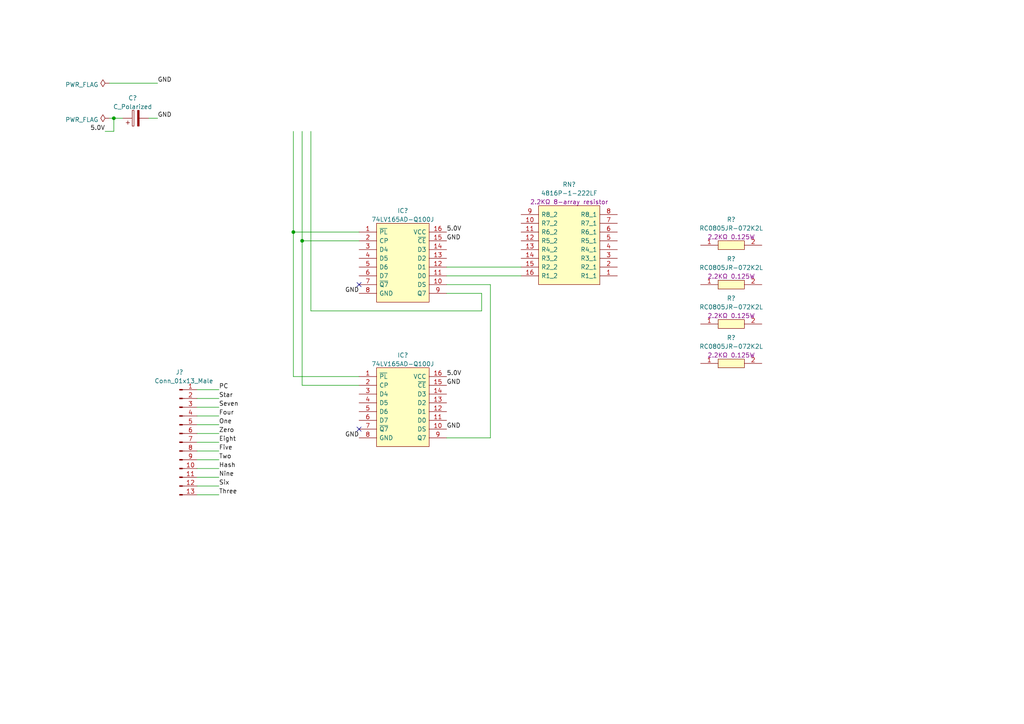
<source format=kicad_sch>
(kicad_sch (version 20211123) (generator eeschema)
  (paper "A4")
  (lib_symbols
    (symbol "Bourns:4816P-1-222LF" (pin_names (offset 0.762))
      (property "Reference" "RN" (at 12.7 5.715 0))
      (property "Value" "4816P-1-222LF" (at 13.97 3.81 0))
      (property "Description" "2.2KΩ 8-array resistor" (at 13.97 -21.59 0))
      (symbol "4816P-1-222LF_0_0"
        (pin passive line (at 0 0 0) (length 5.08) (name "R1_1") (number "1"))
        (pin passive line (at 27.94 -15.24 180) (length 5.08) (name "R7_2") (number "10"))
        (pin passive line (at 27.94 -12.7 180) (length 5.08) (name "R6_2") (number "11"))
        (pin passive line (at 27.94 -10.16 180) (length 5.08) (name "R5_2") (number "12"))
        (pin passive line (at 27.94 -7.62 180) (length 5.08) (name "R4_2") (number "13"))
        (pin passive line (at 27.94 -5.08 180) (length 5.08) (name "R3_2") (number "14"))
        (pin passive line (at 27.94 -2.54 180) (length 5.08) (name "R2_2") (number "15"))
        (pin passive line (at 27.94 0 180) (length 5.08) (name "R1_2") (number "16"))
        (pin passive line (at 0 -2.54 0) (length 5.08) (name "R2_1") (number "2"))
        (pin passive line (at 0 -5.08 0) (length 5.08) (name "R3_1") (number "3"))
        (pin passive line (at 0 -7.62 0) (length 5.08) (name "R4_1") (number "4"))
        (pin passive line (at 0 -10.16 0) (length 5.08) (name "R5_1") (number "5"))
        (pin passive line (at 0 -12.7 0) (length 5.08) (name "R6_1") (number "6"))
        (pin passive line (at 0 -15.24 0) (length 5.08) (name "R7_1") (number "7"))
        (pin passive line (at 0 -17.78 0) (length 5.08) (name "R8_1") (number "8"))
        (pin passive line (at 27.94 -17.78 180) (length 5.08) (name "R8_2") (number "9"))
      )
      (symbol "4816P-1-222LF_0_1"
        (polyline (pts (xy 5.08 2.54) (xy 22.86 2.54) (xy 22.86 -20.32) (xy 5.08 -20.32) (xy 5.08 2.54)) (stroke (width 0.1524)) (fill (type background)))
      )
    )
    (symbol "Connector:Conn_01x13_Male" (pin_names (offset 1.016) hide)
      (property "Reference" "J" (at 0 17.78 0))
      (property "Value" "Conn_01x13_Male" (at 0 -17.78 0))
      (symbol "Conn_01x13_Male_1_1"
        (polyline (pts (xy 1.27 -15.24) (xy 0.8636 -15.24)) (stroke (width 0.1524)))
        (polyline (pts (xy 1.27 -12.7) (xy 0.8636 -12.7)) (stroke (width 0.1524)))
        (polyline (pts (xy 1.27 -10.16) (xy 0.8636 -10.16)) (stroke (width 0.1524)))
        (polyline (pts (xy 1.27 -7.62) (xy 0.8636 -7.62)) (stroke (width 0.1524)))
        (polyline (pts (xy 1.27 -5.08) (xy 0.8636 -5.08)) (stroke (width 0.1524)))
        (polyline (pts (xy 1.27 -2.54) (xy 0.8636 -2.54)) (stroke (width 0.1524)))
        (polyline (pts (xy 1.27 0) (xy 0.8636 0)) (stroke (width 0.1524)))
        (polyline (pts (xy 1.27 2.54) (xy 0.8636 2.54)) (stroke (width 0.1524)))
        (polyline (pts (xy 1.27 5.08) (xy 0.8636 5.08)) (stroke (width 0.1524)))
        (polyline (pts (xy 1.27 7.62) (xy 0.8636 7.62)) (stroke (width 0.1524)))
        (polyline (pts (xy 1.27 10.16) (xy 0.8636 10.16)) (stroke (width 0.1524)))
        (polyline (pts (xy 1.27 12.7) (xy 0.8636 12.7)) (stroke (width 0.1524)))
        (polyline (pts (xy 1.27 15.24) (xy 0.8636 15.24)) (stroke (width 0.1524)))
        (rectangle (start 0.8636 -15.113) (end 0 -15.367) (stroke (width 0.1524)) (fill (type outline)))
        (rectangle (start 0.8636 -12.573) (end 0 -12.827) (stroke (width 0.1524)) (fill (type outline)))
        (rectangle (start 0.8636 -10.033) (end 0 -10.287) (stroke (width 0.1524)) (fill (type outline)))
        (rectangle (start 0.8636 -7.493) (end 0 -7.747) (stroke (width 0.1524)) (fill (type outline)))
        (rectangle (start 0.8636 -4.953) (end 0 -5.207) (stroke (width 0.1524)) (fill (type outline)))
        (rectangle (start 0.8636 -2.413) (end 0 -2.667) (stroke (width 0.1524)) (fill (type outline)))
        (rectangle (start 0.8636 0.127) (end 0 -0.127) (stroke (width 0.1524)) (fill (type outline)))
        (rectangle (start 0.8636 2.667) (end 0 2.413) (stroke (width 0.1524)) (fill (type outline)))
        (rectangle (start 0.8636 5.207) (end 0 4.953) (stroke (width 0.1524)) (fill (type outline)))
        (rectangle (start 0.8636 7.747) (end 0 7.493) (stroke (width 0.1524)) (fill (type outline)))
        (rectangle (start 0.8636 10.287) (end 0 10.033) (stroke (width 0.1524)) (fill (type outline)))
        (rectangle (start 0.8636 12.827) (end 0 12.573) (stroke (width 0.1524)) (fill (type outline)))
        (rectangle (start 0.8636 15.367) (end 0 15.113) (stroke (width 0.1524)) (fill (type outline)))
        (pin passive line (at 5.08 15.24 180) (length 3.81) (name "Pin_1") (number "1"))
        (pin passive line (at 5.08 -7.62 180) (length 3.81) (name "Pin_10") (number "10"))
        (pin passive line (at 5.08 -10.16 180) (length 3.81) (name "Pin_11") (number "11"))
        (pin passive line (at 5.08 -12.7 180) (length 3.81) (name "Pin_12") (number "12"))
        (pin passive line (at 5.08 -15.24 180) (length 3.81) (name "Pin_13") (number "13"))
        (pin passive line (at 5.08 12.7 180) (length 3.81) (name "Pin_2") (number "2"))
        (pin passive line (at 5.08 10.16 180) (length 3.81) (name "Pin_3") (number "3"))
        (pin passive line (at 5.08 7.62 180) (length 3.81) (name "Pin_4") (number "4"))
        (pin passive line (at 5.08 5.08 180) (length 3.81) (name "Pin_5") (number "5"))
        (pin passive line (at 5.08 2.54 180) (length 3.81) (name "Pin_6") (number "6"))
        (pin passive line (at 5.08 0 180) (length 3.81) (name "Pin_7") (number "7"))
        (pin passive line (at 5.08 -2.54 180) (length 3.81) (name "Pin_8") (number "8"))
        (pin passive line (at 5.08 -5.08 180) (length 3.81) (name "Pin_9") (number "9"))
      )
    )
    (symbol "Device:C_Polarized" (pin_numbers hide) (pin_names (offset 0.254))
      (property "Reference" "C" (at 0.635 2.54 0))
      (property "Value" "C_Polarized" (at 0.635 -2.54 0))
      (symbol "C_Polarized_0_1"
        (rectangle (start -2.286 0.508) (end 2.286 1.016))
        (polyline (pts (xy -1.778 2.286) (xy -0.762 2.286)))
        (polyline (pts (xy -1.27 2.794) (xy -1.27 1.778)))
        (rectangle (start 2.286 -0.508) (end -2.286 -1.016) (fill (type outline)))
      )
      (symbol "C_Polarized_1_1"
        (pin passive line (at 0 3.81 270) (length 2.794) (name "~") (number "1"))
        (pin passive line (at 0 -3.81 90) (length 2.794) (name "~") (number "2"))
      )
    )
    (symbol "Nexperia:74LV165AD-Q100J" (pin_names (offset 0.762))
      (property "Reference" "IC" (at 21.59 7.62 0))
      (property "Value" "74LV165AD-Q100J" (at 21.59 5.08 0))
      (symbol "74LV165AD-Q100J_0_0"
        (pin passive line (at 0 0 0) (length 5.08) (name "~{PL}") (number "1"))
        (pin passive line (at 25.4 -15.24 180) (length 5.08) (name "DS") (number "10"))
        (pin passive line (at 25.4 -12.7 180) (length 5.08) (name "D0") (number "11"))
        (pin passive line (at 25.4 -10.16 180) (length 5.08) (name "D1") (number "12"))
        (pin passive line (at 25.4 -7.62 180) (length 5.08) (name "D2") (number "13"))
        (pin passive line (at 25.4 -5.08 180) (length 5.08) (name "D3") (number "14"))
        (pin passive line (at 25.4 -2.54 180) (length 5.08) (name "~{CE}") (number "15"))
        (pin passive line (at 25.4 0 180) (length 5.08) (name "VCC") (number "16"))
        (pin passive line (at 0 -2.54 0) (length 5.08) (name "CP") (number "2"))
        (pin passive line (at 0 -5.08 0) (length 5.08) (name "D4") (number "3"))
        (pin passive line (at 0 -7.62 0) (length 5.08) (name "D5") (number "4"))
        (pin passive line (at 0 -10.16 0) (length 5.08) (name "D6") (number "5"))
        (pin passive line (at 0 -12.7 0) (length 5.08) (name "D7") (number "6"))
        (pin passive line (at 0 -15.24 0) (length 5.08) (name "~{Q7}") (number "7"))
        (pin passive line (at 0 -17.78 0) (length 5.08) (name "GND") (number "8"))
        (pin passive line (at 25.4 -17.78 180) (length 5.08) (name "Q7") (number "9"))
      )
      (symbol "74LV165AD-Q100J_0_1"
        (polyline (pts (xy 5.08 2.54) (xy 20.32 2.54) (xy 20.32 -20.32) (xy 5.08 -20.32) (xy 5.08 2.54)) (stroke (width 0.1524)) (fill (type background)))
      )
    )
    (symbol "Yageo:RC0805JR-072K2L" (pin_names (offset 0.762))
      (property "Reference" "R" (at 8.89 5.08 0))
      (property "Value" "RC0805JR-072K2L" (at 8.89 2.54 0))
      (property "Description" "2.2KΩ 0.125W" (at 8.89 -2.54 0))
      (symbol "RC0805JR-072K2L_0_0"
        (pin passive line (at 0 0 0) (length 5.08) (name "~") (number "1"))
        (pin passive line (at 17.78 0 180) (length 5.08) (name "~") (number "2"))
      )
      (symbol "RC0805JR-072K2L_0_1"
        (polyline (pts (xy 5.08 1.27) (xy 12.7 1.27) (xy 12.7 -1.27) (xy 5.08 -1.27) (xy 5.08 1.27)) (stroke (width 0.1524)) (fill (type background)))
      )
    )
    (symbol "power:PWR_FLAG" (power) (pin_numbers hide) (pin_names (offset 0) hide)
      (property "Value" "PWR_FLAG" (at 0 3.81 0))
      (symbol "PWR_FLAG_0_0"
        (pin power_out line (at 0 0 90) (length 0) (name "pwr") (number "1"))
      )
      (symbol "PWR_FLAG_0_1"
        (polyline (pts (xy 0 0) (xy 0 1.27) (xy -1.016 1.905) (xy 0 2.54) (xy 1.016 1.905) (xy 0 1.27)))
      )
    )
  )
  (junction (at 85.09 67.31))
  (junction (at 87.63 69.85))
  (junction (at 33.02 34.29))
  (no_connect (at 104.14 82.55))
  (no_connect (at 104.14 124.46))
  (wire (pts (xy 63.5 113.03) (xy 57.15 113.03)))
  (wire (pts (xy 87.63 69.85) (xy 104.14 69.85)))
  (wire (pts (xy 129.54 127) (xy 142.24 127)))
  (wire (pts (xy 43.18 34.29) (xy 45.72 34.29)))
  (wire (pts (xy 63.5 133.35) (xy 57.15 133.35)))
  (wire (pts (xy 85.09 109.22) (xy 85.09 67.31)))
  (wire (pts (xy 129.54 85.09) (xy 139.7 85.09)))
  (wire (pts (xy 63.5 135.89) (xy 57.15 135.89)))
  (wire (pts (xy 142.24 127) (xy 142.24 82.55)))
  (wire (pts (xy 85.09 67.31) (xy 104.14 67.31)))
  (wire (pts (xy 33.02 34.29) (xy 33.02 38.1)))
  (wire (pts (xy 63.5 115.57) (xy 57.15 115.57)))
  (wire (pts (xy 33.02 34.29) (xy 35.56 34.29)))
  (wire (pts (xy 63.5 125.73) (xy 57.15 125.73)))
  (wire (pts (xy 87.63 111.76) (xy 87.63 69.85)))
  (wire (pts (xy 142.24 82.55) (xy 129.54 82.55)))
  (wire (pts (xy 104.14 111.76) (xy 87.63 111.76)))
  (wire (pts (xy 90.17 38.1) (xy 90.17 90.17)))
  (wire (pts (xy 63.5 118.11) (xy 57.15 118.11)))
  (wire (pts (xy 63.5 123.19) (xy 57.15 123.19)))
  (wire (pts (xy 87.63 38.1) (xy 87.63 69.85)))
  (wire (pts (xy 63.5 140.97) (xy 57.15 140.97)))
  (wire (pts (xy 85.09 38.1) (xy 85.09 67.31)))
  (wire (pts (xy 63.5 143.51) (xy 57.15 143.51)))
  (wire (pts (xy 31.75 34.29) (xy 33.02 34.29)))
  (wire (pts (xy 63.5 128.27) (xy 57.15 128.27)))
  (wire (pts (xy 31.75 24.13) (xy 45.72 24.13)))
  (wire (pts (xy 63.5 120.65) (xy 57.15 120.65)))
  (wire (pts (xy 129.54 77.47) (xy 151.13 77.47)))
  (wire (pts (xy 104.14 109.22) (xy 85.09 109.22)))
  (wire (pts (xy 30.48 38.1) (xy 33.02 38.1)))
  (wire (pts (xy 63.5 138.43) (xy 57.15 138.43)))
  (wire (pts (xy 129.54 80.01) (xy 151.13 80.01)))
  (wire (pts (xy 63.5 130.81) (xy 57.15 130.81)))
  (wire (pts (xy 139.7 90.17) (xy 90.17 90.17)))
  (wire (pts (xy 139.7 85.09) (xy 139.7 90.17)))
  (label "5.0V" (at 129.54 67.31 0))
  (label "Star" (at 63.5 115.57 0))
  (label "Six" (at 63.5 140.97 0))
  (label "Hash" (at 63.5 135.89 0))
  (label "GND" (at 104.14 85.09 180))
  (label "PC" (at 63.5 113.03 0))
  (label "GND" (at 45.72 24.13 0))
  (label "5.0V" (at 30.48 38.1 180))
  (label "Nine" (at 63.5 138.43 0))
  (label "GND" (at 45.72 34.29 0))
  (label "5.0V" (at 129.54 109.22 0))
  (label "Four" (at 63.5 120.65 0))
  (label "Two" (at 63.5 133.35 0))
  (label "GND" (at 104.14 127 180))
  (label "GND" (at 129.54 69.85 0))
  (label "Three" (at 63.5 143.51 0))
  (label "GND" (at 129.54 124.46 0))
  (label "One" (at 63.5 123.19 0))
  (label "Eight" (at 63.5 128.27 0))
  (label "GND" (at 129.54 111.76 0))
  (label "Zero" (at 63.5 125.73 0))
  (label "Seven" (at 63.5 118.11 0))
  (label "Five" (at 63.5 130.81 0))
  (symbol (lib_id "Yageo:RC0805JR-072K2L") (at 203.2 105.41 0) (unit 1)
    (property "Reference" "R?" (at 212.09 97.9542 0))
    (property "Value" "RC0805JR-072K2L" (at 212.09 100.4911 0))
    (property "Footprint" "RESC2012X60N" (effects hide))
    (property "Datasheet" "https://datasheet.datasheetarchive.com/originals/distributors/Datasheets_SAMA/902f9e387b938f871d31120f5fc1d65e.pdf" (effects hide))
    (property "Description" "2.2KΩ 0.125W" (at 212.09 103.028 0))
    (property "Height" "0.6" (effects hide))
    (property "Manufacturer_Name" "KEMET" (effects hide))
    (property "Manufacturer_Part_Number" "RC0805JR-072K2L" (effects hide))
    (property "Mouser Part Number" "603-RC0805JR-072K2L" (effects hide))
    (property "Mouser Price/Stock" "https://www.mouser.co.uk/ProductDetail/Yageo/RC0805JR-072K2L?qs=KyGMWp10Ukt1e57HDpPYkQ%3D%3D" (effects hide))
    (property "Arrow Part Number" "RC0805JR-072K2L" (effects hide))
    (property "Arrow Price/Stock" "https://www.arrow.com/en/products/rc0805jr-072k2l/yageo" (effects hide))
  )
  (symbol (lib_id "power:PWR_FLAG") (at 31.75 24.13 90) (unit 1)
    (property "Reference" "#FLG?" (effects hide))
    (property "Value" "PWR_FLAG" (at 28.5751 24.5638 90) (effects (justify left)))
  )
  (symbol (lib_id "Nexperia:74LV165AD-Q100J") (at 104.14 109.22 0) (unit 1)
    (property "Reference" "IC?" (at 116.84 103.031 0))
    (property "Value" "74LV165AD-Q100J" (at 116.84 105.5679 0))
    (property "Footprint" "SOIC127P600X175-16N" (effects hide))
    (property "Datasheet" "https://assets.nexperia.com/documents/data-sheet/74LV165A_Q100.pdf" (effects hide))
    (property "Description" "74LV165A-Q100 - 8-bit parallel-in/serial-out shift register@en-us" (effects hide))
    (property "Height" "1.75" (effects hide))
    (property "Mouser Part Number" "771-74LV165ADQ100J" (effects hide))
    (property "Mouser Price/Stock" "https://www.mouser.co.uk/ProductDetail/Nexperia/74LV165AD-Q100J?qs=fi7yB2oewZmx%252B%252BqfUmBtYA%3D%3D" (effects hide))
    (property "Manufacturer_Name" "Nexperia" (effects hide))
    (property "Manufacturer_Part_Number" "74LV165AD-Q100J" (effects hide))
  )
  (symbol (lib_id "Connector:Conn_01x13_Male") (at 52.07 128.27 0) (unit 1)
    (property "Reference" "J?" (at 52.07 107.95 0))
    (property "Value" "Conn_01x13_Male" (at 53.34 110.49 0))
    (property "Footprint" "Connector_PinHeader_2.54mm:PinHeader_1x13_P2.54mm_Vertical" (effects hide))
  )
  (symbol (lib_id "Nexperia:74LV165AD-Q100J") (at 104.14 67.31 0) (unit 1)
    (property "Reference" "IC?" (at 116.84 61.121 0))
    (property "Value" "74LV165AD-Q100J" (at 116.84 63.6579 0))
    (property "Footprint" "SOIC127P600X175-16N" (effects hide))
    (property "Datasheet" "https://assets.nexperia.com/documents/data-sheet/74LV165A_Q100.pdf" (effects hide))
    (property "Description" "74LV165A-Q100 - 8-bit parallel-in/serial-out shift register@en-us" (effects hide))
    (property "Height" "1.75" (effects hide))
    (property "Mouser Part Number" "771-74LV165ADQ100J" (effects hide))
    (property "Mouser Price/Stock" "https://www.mouser.co.uk/ProductDetail/Nexperia/74LV165AD-Q100J?qs=fi7yB2oewZmx%252B%252BqfUmBtYA%3D%3D" (effects hide))
    (property "Manufacturer_Name" "Nexperia" (effects hide))
    (property "Manufacturer_Part_Number" "74LV165AD-Q100J" (effects hide))
  )
  (symbol (lib_id "power:PWR_FLAG") (at 31.75 34.29 90) (unit 1)
    (property "Reference" "#FLG?" (effects hide))
    (property "Value" "PWR_FLAG" (at 28.5751 34.7238 90) (effects (justify left)))
  )
  (symbol (lib_id "Yageo:RC0805JR-072K2L") (at 203.2 71.12 0) (unit 1)
    (property "Reference" "R?" (at 212.09 63.6642 0))
    (property "Value" "RC0805JR-072K2L" (at 212.09 66.2011 0))
    (property "Footprint" "RESC2012X60N" (effects hide))
    (property "Datasheet" "https://datasheet.datasheetarchive.com/originals/distributors/Datasheets_SAMA/902f9e387b938f871d31120f5fc1d65e.pdf" (effects hide))
    (property "Description" "2.2KΩ 0.125W" (at 212.09 68.738 0))
    (property "Height" "0.6" (effects hide))
    (property "Manufacturer_Name" "KEMET" (effects hide))
    (property "Manufacturer_Part_Number" "RC0805JR-072K2L" (effects hide))
    (property "Mouser Part Number" "603-RC0805JR-072K2L" (effects hide))
    (property "Mouser Price/Stock" "https://www.mouser.co.uk/ProductDetail/Yageo/RC0805JR-072K2L?qs=KyGMWp10Ukt1e57HDpPYkQ%3D%3D" (effects hide))
    (property "Arrow Part Number" "RC0805JR-072K2L" (effects hide))
    (property "Arrow Price/Stock" "https://www.arrow.com/en/products/rc0805jr-072k2l/yageo" (effects hide))
  )
  (symbol (lib_id "Bourns:4816P-1-222LF") (at 179.07 80.01 180) (unit 1)
    (property "Reference" "RN?" (at 165.1 53.5042 0))
    (property "Value" "4816P-1-222LF" (at 165.1 56.0411 0))
    (property "Footprint" "SOIC127P762X215-16N" (effects hide))
    (property "Datasheet" "https://www.bourns.com/pdfs/4800P.pdf" (effects hide))
    (property "Description" "2.2KΩ 8-array resistor" (at 165.1 58.578 0))
    (property "Height" "2.15" (effects hide))
    (property "Manufacturer_Name" "Bourns" (effects hide))
    (property "Manufacturer_Part_Number" "4816P-1-222LF" (effects hide))
    (property "Mouser Part Number" "652-4816P-1LF-2.2K" (effects hide))
    (property "Mouser Price/Stock" "https://www.mouser.co.uk/ProductDetail/Bourns/4816P-1-222LF?qs=RWPSkEkPOWyLUoLiQ8qlEw%3D%3D" (effects hide))
    (property "Arrow Part Number" "4816P-1-222LF" (effects hide))
    (property "Arrow Price/Stock" "https://www.arrow.com/en/products/4816p-1-222lf/bourns" (effects hide))
    (property "Silk" "4816P" (effects hide))
  )
  (symbol (lib_id "Device:C_Polarized") (at 39.37 34.29 90) (unit 1)
    (property "Reference" "C?" (at 38.481 28.4312 90))
    (property "Value" "C_Polarized" (at 38.481 30.9681 90))
  )
  (symbol (lib_id "Yageo:RC0805JR-072K2L") (at 203.2 82.55 0) (unit 1)
    (property "Reference" "R?" (at 212.09 75.0942 0))
    (property "Value" "RC0805JR-072K2L" (at 212.09 77.6311 0))
    (property "Footprint" "RESC2012X60N" (effects hide))
    (property "Datasheet" "https://datasheet.datasheetarchive.com/originals/distributors/Datasheets_SAMA/902f9e387b938f871d31120f5fc1d65e.pdf" (effects hide))
    (property "Description" "2.2KΩ 0.125W" (at 212.09 80.168 0))
    (property "Height" "0.6" (effects hide))
    (property "Manufacturer_Name" "KEMET" (effects hide))
    (property "Manufacturer_Part_Number" "RC0805JR-072K2L" (effects hide))
    (property "Mouser Part Number" "603-RC0805JR-072K2L" (effects hide))
    (property "Mouser Price/Stock" "https://www.mouser.co.uk/ProductDetail/Yageo/RC0805JR-072K2L?qs=KyGMWp10Ukt1e57HDpPYkQ%3D%3D" (effects hide))
    (property "Arrow Part Number" "RC0805JR-072K2L" (effects hide))
    (property "Arrow Price/Stock" "https://www.arrow.com/en/products/rc0805jr-072k2l/yageo" (effects hide))
  )
  (symbol (lib_id "Yageo:RC0805JR-072K2L") (at 203.2 93.98 0) (unit 1)
    (property "Reference" "R?" (at 212.09 86.5242 0))
    (property "Value" "RC0805JR-072K2L" (at 212.09 89.0611 0))
    (property "Footprint" "RESC2012X60N" (effects hide))
    (property "Datasheet" "https://datasheet.datasheetarchive.com/originals/distributors/Datasheets_SAMA/902f9e387b938f871d31120f5fc1d65e.pdf" (effects hide))
    (property "Description" "2.2KΩ 0.125W" (at 212.09 91.598 0))
    (property "Height" "0.6" (effects hide))
    (property "Manufacturer_Name" "KEMET" (effects hide))
    (property "Manufacturer_Part_Number" "RC0805JR-072K2L" (effects hide))
    (property "Mouser Part Number" "603-RC0805JR-072K2L" (effects hide))
    (property "Mouser Price/Stock" "https://www.mouser.co.uk/ProductDetail/Yageo/RC0805JR-072K2L?qs=KyGMWp10Ukt1e57HDpPYkQ%3D%3D" (effects hide))
    (property "Arrow Part Number" "RC0805JR-072K2L" (effects hide))
    (property "Arrow Price/Stock" "https://www.arrow.com/en/products/rc0805jr-072k2l/yageo" (effects hide))
  )
)
</source>
